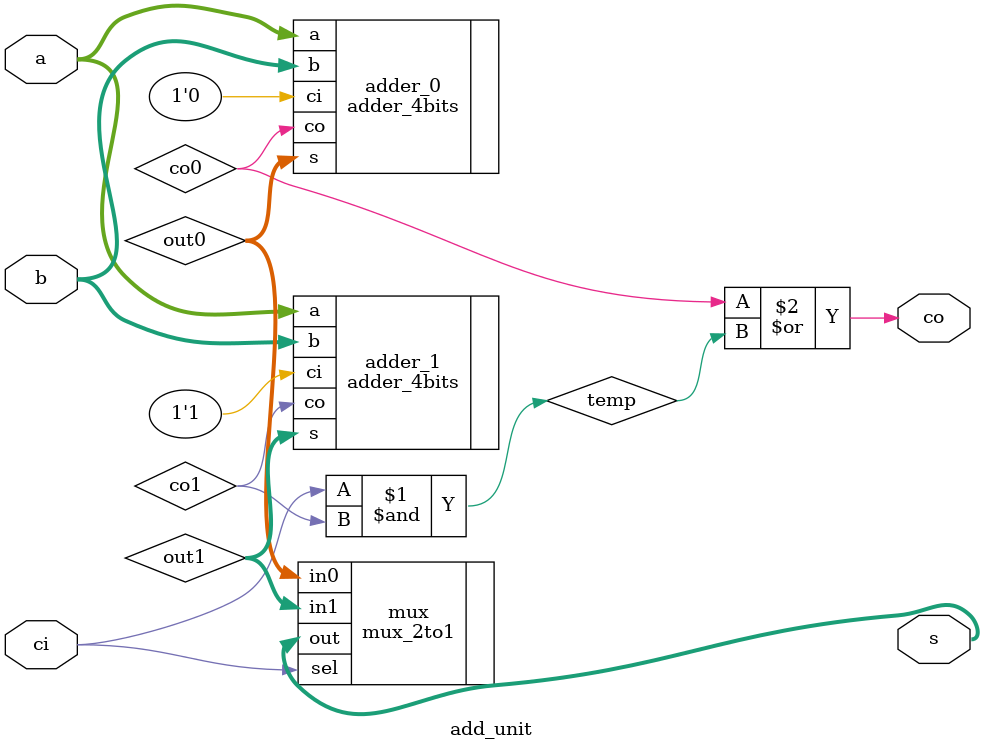
<source format=v>
module add_unit(a, b, ci, co, s); //module unit of adder with carry-in selection
  parameter N = 4;  
  input [N-1:0] a;  
  input [N-1:0] b;
  input ci;
  output co;
  output [N-1:0] s;
    
  wire [N-1:0] out0; //define two outputs with different carry-ins
  wire [N-1:0] out1;
  wire co0, co1, temp;  //define two carry-outs with different carry-ins
   
  mux_2to1  #(N)  mux(.out(s), .in0(out0), .in1(out1), .sel(ci)); //instance of mux_2to1
  adder_4bits  #(N)  adder_0(.a(a), .b(b), .s(out0), .ci(1'b0), .co(co0)); //two instances of adder_4bits 
  adder_4bits  #(N)  adder_1(.a(a), .b(b), .s(out1), .ci(1'b1), .co(co1));
  and(temp, ci, co1); //instance of 'and' logic
  or(co, co0, temp);  //instance of 'or' logic
  
endmodule
</source>
